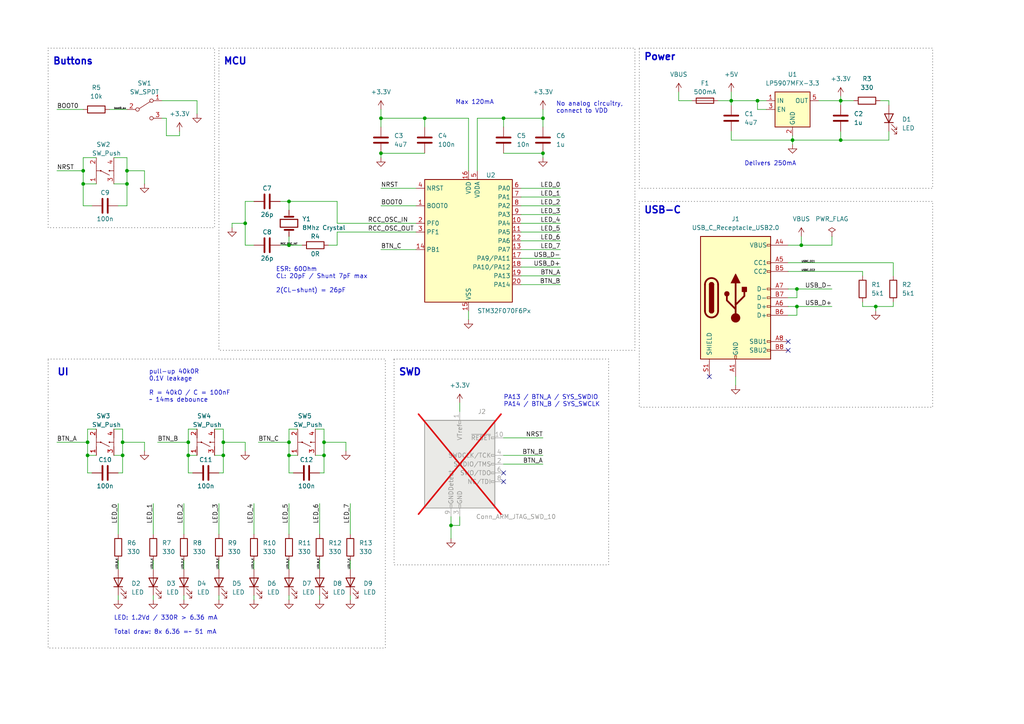
<source format=kicad_sch>
(kicad_sch (version 20230121) (generator eeschema)
  (paper "A4")
  (title_block (title "Logic Test Board") (date "2023-11-01") (rev "0.1"))
  (lib_symbols
    (symbol "Connector:Conn_ARM_JTAG_SWD_10" (pin_names (offset 1.016))
      (property "Reference" "J" (at -2.54 16.51 0))
      (property "Value" "Conn_ARM_JTAG_SWD_10" (at -2.54 13.97 0))
      (symbol "Conn_ARM_JTAG_SWD_10_0_1"
        (rectangle (start -10.16 12.7) (end 10.16 -12.7) (stroke (width 0.254)) (fill (type background)))
        (rectangle (start -2.794 -12.7) (end -2.286 -11.684))
        (rectangle (start -0.254 -12.7) (end 0.254 -11.684))
        (rectangle (start -0.254 12.7) (end 0.254 11.684))
        (rectangle (start 9.144 2.286) (end 10.16 2.794))
        (rectangle (start 10.16 -2.794) (end 9.144 -2.286))
        (rectangle (start 10.16 -0.254) (end 9.144 0.254))
        (rectangle (start 10.16 7.874) (end 9.144 7.366))
      )
      (symbol "Conn_ARM_JTAG_SWD_10_1_1"
        (rectangle (start 9.144 -5.334) (end 10.16 -4.826))
        (pin power_in line (at 0 15.24 270) (length 2.54) (name "VTref") (number "1"))
        (pin open_collector line (at 12.7 7.62 180) (length 2.54) (name "~{RESET}") (number "10"))
        (pin bidirectional line (at 12.7 0 180) (length 2.54) (name "SWDIO/TMS") (number "2"))
        (pin power_in line (at 0 -15.24 90) (length 2.54) (name "GND") (number "3"))
        (pin output line (at 12.7 2.54 180) (length 2.54) (name "SWDCLK/TCK") (number "4"))
        (pin passive line (at 0 -15.24 90) (length 2.54) hide (name "GND") (number "5"))
        (pin input line (at 12.7 -2.54 180) (length 2.54) (name "SWO/TDO") (number "6"))
        (pin no_connect line (at -10.16 0 0) (length 2.54) hide (name "KEY") (number "7"))
        (pin output line (at 12.7 -5.08 180) (length 2.54) (name "NC/TDI") (number "8"))
        (pin passive line (at -2.54 -15.24 90) (length 2.54) (name "GNDDetect") (number "9"))
      )
    )
    (symbol "Connector:USB_C_Receptacle_USB2.0" (pin_names (offset 1.016))
      (property "Reference" "J" (at -10.16 19.05 0))
      (property "Value" "USB_C_Receptacle_USB2.0" (at 19.05 19.05 0))
      (symbol "USB_C_Receptacle_USB2.0_0_0"
        (rectangle (start -0.254 -17.78) (end 0.254 -16.764))
        (rectangle (start 10.16 -14.986) (end 9.144 -15.494))
        (rectangle (start 10.16 -12.446) (end 9.144 -12.954))
        (rectangle (start 10.16 -4.826) (end 9.144 -5.334))
        (rectangle (start 10.16 -2.286) (end 9.144 -2.794))
        (rectangle (start 10.16 0.254) (end 9.144 -0.254))
        (rectangle (start 10.16 2.794) (end 9.144 2.286))
        (rectangle (start 10.16 7.874) (end 9.144 7.366))
        (rectangle (start 10.16 10.414) (end 9.144 9.906))
        (rectangle (start 10.16 15.494) (end 9.144 14.986))
      )
      (symbol "USB_C_Receptacle_USB2.0_0_1"
        (rectangle (start -10.16 17.78) (end 10.16 -17.78) (stroke (width 0.254)) (fill (type background)))
        (arc (start -8.89 -3.81) (mid -6.985 -5.7067) (end -5.08 -3.81) (stroke (width 0.508)))
        (arc (start -7.62 -3.81) (mid -6.985 -4.4423) (end -6.35 -3.81) (stroke (width 0.254)))
        (arc (start -7.62 -3.81) (mid -6.985 -4.4423) (end -6.35 -3.81) (stroke (width 0.254)) (fill (type outline)))
        (rectangle (start -7.62 -3.81) (end -6.35 3.81) (stroke (width 0.254)) (fill (type outline)))
        (arc (start -6.35 3.81) (mid -6.985 4.4423) (end -7.62 3.81) (stroke (width 0.254)))
        (arc (start -6.35 3.81) (mid -6.985 4.4423) (end -7.62 3.81) (stroke (width 0.254)) (fill (type outline)))
        (arc (start -5.08 3.81) (mid -6.985 5.7067) (end -8.89 3.81) (stroke (width 0.508)))
        (circle (center -2.54 1.143) (radius 0.635) (stroke (width 0.254)) (fill (type outline)))
        (circle (center 0 -5.842) (radius 1.27) (fill (type outline)))
        (polyline (pts (xy -8.89 -3.81) (xy -8.89 3.81)) (stroke (width 0.508)))
        (polyline (pts (xy -5.08 3.81) (xy -5.08 -3.81)) (stroke (width 0.508)))
        (polyline (pts (xy 0 -5.842) (xy 0 4.318)) (stroke (width 0.508)))
        (polyline (pts (xy 0 -3.302) (xy -2.54 -0.762) (xy -2.54 0.508)) (stroke (width 0.508)))
        (polyline (pts (xy 0 -2.032) (xy 2.54 0.508) (xy 2.54 1.778)) (stroke (width 0.508)))
        (polyline (pts (xy -1.27 4.318) (xy 0 6.858) (xy 1.27 4.318) (xy -1.27 4.318)) (stroke (width 0.254)) (fill (type outline)))
        (rectangle (start 1.905 1.778) (end 3.175 3.048) (stroke (width 0.254)) (fill (type outline)))
      )
      (symbol "USB_C_Receptacle_USB2.0_1_1"
        (pin passive line (at 0 -22.86 90) (length 5.08) (name "GND") (number "A1"))
        (pin passive line (at 0 -22.86 90) (length 5.08) hide (name "GND") (number "A12"))
        (pin passive line (at 15.24 15.24 180) (length 5.08) (name "VBUS") (number "A4"))
        (pin bidirectional line (at 15.24 10.16 180) (length 5.08) (name "CC1") (number "A5"))
        (pin bidirectional line (at 15.24 -2.54 180) (length 5.08) (name "D+") (number "A6"))
        (pin bidirectional line (at 15.24 2.54 180) (length 5.08) (name "D-") (number "A7"))
        (pin bidirectional line (at 15.24 -12.7 180) (length 5.08) (name "SBU1") (number "A8"))
        (pin passive line (at 15.24 15.24 180) (length 5.08) hide (name "VBUS") (number "A9"))
        (pin passive line (at 0 -22.86 90) (length 5.08) hide (name "GND") (number "B1"))
        (pin passive line (at 0 -22.86 90) (length 5.08) hide (name "GND") (number "B12"))
        (pin passive line (at 15.24 15.24 180) (length 5.08) hide (name "VBUS") (number "B4"))
        (pin bidirectional line (at 15.24 7.62 180) (length 5.08) (name "CC2") (number "B5"))
        (pin bidirectional line (at 15.24 -5.08 180) (length 5.08) (name "D+") (number "B6"))
        (pin bidirectional line (at 15.24 0 180) (length 5.08) (name "D-") (number "B7"))
        (pin bidirectional line (at 15.24 -15.24 180) (length 5.08) (name "SBU2") (number "B8"))
        (pin passive line (at 15.24 15.24 180) (length 5.08) hide (name "VBUS") (number "B9"))
        (pin passive line (at -7.62 -22.86 90) (length 5.08) (name "SHIELD") (number "S1"))
      )
    )
    (symbol "Device:C" (pin_numbers hide) (pin_names (offset 0.254))
      (property "Reference" "C" (at 0.635 2.54 0))
      (property "Value" "C" (at 0.635 -2.54 0))
      (symbol "C_0_1"
        (polyline (pts (xy -2.032 -0.762) (xy 2.032 -0.762)) (stroke (width 0.508)))
        (polyline (pts (xy -2.032 0.762) (xy 2.032 0.762)) (stroke (width 0.508)))
      )
      (symbol "C_1_1"
        (pin passive line (at 0 3.81 270) (length 2.794) (name "~") (number "1"))
        (pin passive line (at 0 -3.81 90) (length 2.794) (name "~") (number "2"))
      )
    )
    (symbol "Device:Crystal" (pin_numbers hide) (pin_names (offset 1.016) hide)
      (property "Reference" "Y" (at 0 3.81 0))
      (property "Value" "Crystal" (at 0 -3.81 0))
      (symbol "Crystal_0_1"
        (rectangle (start -1.143 2.54) (end 1.143 -2.54) (stroke (width 0.3048)))
        (polyline (pts (xy -2.54 0) (xy -1.905 0)))
        (polyline (pts (xy -1.905 -1.27) (xy -1.905 1.27)) (stroke (width 0.508)))
        (polyline (pts (xy 1.905 -1.27) (xy 1.905 1.27)) (stroke (width 0.508)))
        (polyline (pts (xy 2.54 0) (xy 1.905 0)))
      )
      (symbol "Crystal_1_1"
        (pin passive line (at -3.81 0 0) (length 1.27) (name "1") (number "1"))
        (pin passive line (at 3.81 0 180) (length 1.27) (name "2") (number "2"))
      )
    )
    (symbol "Device:Fuse" (pin_numbers hide) (pin_names (offset 0))
      (property "Reference" "F" (at 2.032 0 90))
      (property "Value" "Fuse" (at -1.905 0 90))
      (symbol "Fuse_0_1"
        (rectangle (start -0.762 -2.54) (end 0.762 2.54) (stroke (width 0.254)))
        (polyline (pts (xy 0 2.54) (xy 0 -2.54)))
      )
      (symbol "Fuse_1_1"
        (pin passive line (at 0 3.81 270) (length 1.27) (name "~") (number "1"))
        (pin passive line (at 0 -3.81 90) (length 1.27) (name "~") (number "2"))
      )
    )
    (symbol "Device:LED" (pin_numbers hide) (pin_names (offset 1.016) hide)
      (property "Reference" "D" (at 0 2.54 0))
      (property "Value" "LED" (at 0 -2.54 0))
      (symbol "LED_0_1"
        (polyline (pts (xy -1.27 -1.27) (xy -1.27 1.27)) (stroke (width 0.254)))
        (polyline (pts (xy -1.27 0) (xy 1.27 0)))
        (polyline (pts (xy 1.27 -1.27) (xy 1.27 1.27) (xy -1.27 0) (xy 1.27 -1.27)) (stroke (width 0.254)))
        (polyline (pts (xy -3.048 -0.762) (xy -4.572 -2.286) (xy -3.81 -2.286) (xy -4.572 -2.286) (xy -4.572 -1.524)))
        (polyline (pts (xy -1.778 -0.762) (xy -3.302 -2.286) (xy -2.54 -2.286) (xy -3.302 -2.286) (xy -3.302 -1.524)))
      )
      (symbol "LED_1_1"
        (pin passive line (at -3.81 0 0) (length 2.54) (name "K") (number "1"))
        (pin passive line (at 3.81 0 180) (length 2.54) (name "A") (number "2"))
      )
    )
    (symbol "Device:R" (pin_numbers hide) (pin_names (offset 0))
      (property "Reference" "R" (at 2.032 0 90))
      (property "Value" "R" (at 0 0 90))
      (symbol "R_0_1"
        (rectangle (start -1.016 -2.54) (end 1.016 2.54) (stroke (width 0.254)))
      )
      (symbol "R_1_1"
        (pin passive line (at 0 3.81 270) (length 1.27) (name "~") (number "1"))
        (pin passive line (at 0 -3.81 90) (length 1.27) (name "~") (number "2"))
      )
    )
    (symbol "Hugo_CustomSymbols:SW_SPST_4P"
      (property "Reference" "U" (at 0 0 0))
      (symbol "SW_SPST_4P_0_1"
        (polyline (pts (xy -1.27 -2.54) (xy 1.27 -2.54)))
        (polyline (pts (xy -1.27 2.54) (xy 1.27 2.54)))
        (polyline (pts (xy 0 -1.27) (xy 0 -2.54)))
        (polyline (pts (xy 0 2.54) (xy 0 1.27)))
        (circle (center 0 1.27) (radius 0.0001))
      )
      (symbol "SW_SPST_4P_1_1"
        (circle (center 0 -1.27) (radius 0.153) (fill (type outline)))
        (polyline (pts (xy 0 1.27) (xy -1.27 -1.27)))
        (circle (center 0 1.27) (radius 0.148) (fill (type outline)))
        (pin passive line (at -3.81 2.54 0) (length 2.54) (name "") (number "1"))
        (pin passive line (at 3.81 2.54 180) (length 2.54) (name "") (number "2"))
        (pin passive line (at -3.81 -2.54 0) (length 2.54) (name "") (number "3"))
        (pin passive line (at 3.81 -2.54 180) (length 2.54) (name "") (number "4"))
      )
    )
    (symbol "MCU_ST_STM32F0:STM32F070F6Px"
      (property "Reference" "U" (at -12.7 19.05 0))
      (property "Value" "STM32F070F6Px" (at 5.08 19.05 0))
      (symbol "STM32F070F6Px_0_1"
        (rectangle (start -12.7 -17.78) (end 12.7 17.78) (stroke (width 0.254)) (fill (type background)))
      )
      (symbol "STM32F070F6Px_1_1"
        (pin input line (at -15.24 10.16 0) (length 2.54) (name "BOOT0") (number "1"))
        (pin bidirectional line (at 15.24 5.08 180) (length 2.54) (name "PA4") (number "10"))
        (pin bidirectional line (at 15.24 2.54 180) (length 2.54) (name "PA5") (number "11"))
        (pin bidirectional line (at 15.24 0 180) (length 2.54) (name "PA6") (number "12"))
        (pin bidirectional line (at 15.24 -2.54 180) (length 2.54) (name "PA7") (number "13"))
        (pin bidirectional line (at -15.24 -2.54 0) (length 2.54) (name "PB1") (number "14"))
        (pin power_in line (at 0 -20.32 90) (length 2.54) (name "VSS") (number "15"))
        (pin power_in line (at 0 20.32 270) (length 2.54) (name "VDD") (number "16"))
        (pin bidirectional line (at 15.24 -5.08 180) (length 2.54) (name "PA9/PA11") (number "17"))
        (pin bidirectional line (at 15.24 -7.62 180) (length 2.54) (name "PA10/PA12") (number "18"))
        (pin bidirectional line (at 15.24 -10.16 180) (length 2.54) (name "PA13") (number "19"))
        (pin bidirectional line (at -15.24 5.08 0) (length 2.54) (name "PF0") (number "2"))
        (pin bidirectional line (at 15.24 -12.7 180) (length 2.54) (name "PA14") (number "20"))
        (pin bidirectional line (at -15.24 2.54 0) (length 2.54) (name "PF1") (number "3"))
        (pin input line (at -15.24 15.24 0) (length 2.54) (name "NRST") (number "4"))
        (pin power_in line (at 2.54 20.32 270) (length 2.54) (name "VDDA") (number "5"))
        (pin bidirectional line (at 15.24 15.24 180) (length 2.54) (name "PA0") (number "6"))
        (pin bidirectional line (at 15.24 12.7 180) (length 2.54) (name "PA1") (number "7"))
        (pin bidirectional line (at 15.24 10.16 180) (length 2.54) (name "PA2") (number "8"))
        (pin bidirectional line (at 15.24 7.62 180) (length 2.54) (name "PA3") (number "9"))
      )
    )
    (symbol "Regulator_Linear:LP5907MFX-3.3"
      (property "Reference" "U" (at -3.81 6.35 0))
      (property "Value" "LP5907MFX-3.3" (at 6.35 6.35 0))
      (symbol "LP5907MFX-3.3_0_1"
        (rectangle (start -5.08 -5.08) (end 5.08 5.08) (stroke (width 0.254)) (fill (type background)))
        (pin power_in line (at -7.62 2.54 0) (length 2.54) (name "IN") (number "1"))
        (pin power_in line (at 0 -7.62 90) (length 2.54) (name "GND") (number "2"))
        (pin input line (at -7.62 0 0) (length 2.54) (name "EN") (number "3"))
        (pin no_connect line (at 5.08 0 180) (length 2.54) hide (name "NC") (number "4"))
        (pin power_out line (at 7.62 2.54 180) (length 2.54) (name "OUT") (number "5"))
      )
    )
    (symbol "Switch:SW_SPDT" (pin_names (offset 0) hide)
      (property "Reference" "SW" (at 0 4.318 0))
      (property "Value" "SW_SPDT" (at 0 -5.08 0))
      (symbol "SW_SPDT_0_0"
        (circle (center -2.032 0) (radius 0.508))
        (circle (center 2.032 -2.54) (radius 0.508))
      )
      (symbol "SW_SPDT_0_1"
        (polyline (pts (xy -1.524 0.254) (xy 1.651 2.286)))
        (circle (center 2.032 2.54) (radius 0.508))
      )
      (symbol "SW_SPDT_1_1"
        (pin passive line (at 5.08 2.54 180) (length 2.54) (name "A") (number "1"))
        (pin passive line (at -5.08 0 0) (length 2.54) (name "B") (number "2"))
        (pin passive line (at 5.08 -2.54 180) (length 2.54) (name "C") (number "3"))
      )
    )
    (symbol "power:+3.3V" (power) (pin_names (offset 0))
      (property "Value" "+3.3V" (at 0 3.556 0))
      (symbol "+3.3V_0_1"
        (polyline (pts (xy -0.762 1.27) (xy 0 2.54)))
        (polyline (pts (xy 0 0) (xy 0 2.54)))
        (polyline (pts (xy 0 2.54) (xy 0.762 1.27)))
      )
      (symbol "+3.3V_1_1"
        (pin power_in line (at 0 0 90) (length 0) hide (name "+3.3V") (number "1"))
      )
    )
    (symbol "power:+5V" (power) (pin_names (offset 0))
      (property "Value" "+5V" (at 0 3.556 0))
      (symbol "+5V_0_1"
        (polyline (pts (xy -0.762 1.27) (xy 0 2.54)))
        (polyline (pts (xy 0 0) (xy 0 2.54)))
        (polyline (pts (xy 0 2.54) (xy 0.762 1.27)))
      )
      (symbol "+5V_1_1"
        (pin power_in line (at 0 0 90) (length 0) hide (name "+5V") (number "1"))
      )
    )
    (symbol "power:GND" (power) (pin_names (offset 0))
      (property "Value" "GND" (at 0 -3.81 0))
      (symbol "GND_0_1"
        (polyline (pts (xy 0 0) (xy 0 -1.27) (xy 1.27 -1.27) (xy 0 -2.54) (xy -1.27 -1.27) (xy 0 -1.27)))
      )
      (symbol "GND_1_1"
        (pin power_in line (at 0 0 270) (length 0) hide (name "GND") (number "1"))
      )
    )
    (symbol "power:PWR_FLAG" (power) (pin_numbers hide) (pin_names (offset 0) hide)
      (property "Value" "PWR_FLAG" (at 0 3.81 0))
      (symbol "PWR_FLAG_0_0"
        (pin power_out line (at 0 0 90) (length 0) (name "pwr") (number "1"))
      )
      (symbol "PWR_FLAG_0_1"
        (polyline (pts (xy 0 0) (xy 0 1.27) (xy -1.016 1.905) (xy 0 2.54) (xy 1.016 1.905) (xy 0 1.27)))
      )
    )
    (symbol "power:VBUS" (power) (pin_names (offset 0))
      (property "Value" "VBUS" (at 0 3.81 0))
      (symbol "VBUS_0_1"
        (polyline (pts (xy -0.762 1.27) (xy 0 2.54)))
        (polyline (pts (xy 0 0) (xy 0 2.54)))
        (polyline (pts (xy 0 2.54) (xy 0.762 1.27)))
      )
      (symbol "VBUS_1_1"
        (pin power_in line (at 0 0 90) (length 0) hide (name "VBUS") (number "1"))
      )
    )
  )
  (junction (at 54.61 128.27))
  (junction (at 231.14 88.9))
  (junction (at 24.13 53.34))
  (junction (at 212.09 29.21))
  (junction (at 25.4 128.27))
  (junction (at 110.49 34.29))
  (junction (at 123.19 34.29))
  (junction (at 36.83 49.53))
  (junction (at 64.77 132.08))
  (junction (at 243.84 40.64))
  (junction (at 93.98 128.27))
  (junction (at 157.48 44.45))
  (junction (at 83.82 128.27))
  (junction (at 25.4 132.08))
  (junction (at 36.83 53.34))
  (junction (at 35.56 132.08))
  (junction (at 64.77 128.27))
  (junction (at 35.56 128.27))
  (junction (at 232.41 71.12))
  (junction (at 231.14 83.82))
  (junction (at 146.05 34.29))
  (junction (at 110.49 44.45))
  (junction (at 24.13 49.53))
  (junction (at 130.81 152.4))
  (junction (at 254 88.9))
  (junction (at 83.82 132.08))
  (junction (at 229.87 40.64))
  (junction (at 219.71 29.21))
  (junction (at 243.84 29.21))
  (junction (at 157.48 34.29))
  (junction (at 71.12 64.77))
  (junction (at 83.82 71.12))
  (junction (at 93.98 132.08))
  (junction (at 83.82 58.42))
  (junction (at 54.61 132.08))
  (no_connect (at 228.6 99.06))
  (no_connect (at 146.05 137.16))
  (no_connect (at 228.6 101.6))
  (no_connect (at 205.74 109.22))
  (no_connect (at 146.05 139.7))
  (wire (pts (xy 130.81 152.4) (xy 130.81 156.21)))
  (wire (pts (xy 33.02 53.34) (xy 36.83 53.34)))
  (wire (pts (xy 101.6 172.72) (xy 101.6 173.99)))
  (wire (pts (xy 222.25 31.75) (xy 219.71 31.75)))
  (wire (pts (xy 228.6 78.74) (xy 250.19 78.74)))
  (wire (pts (xy 157.48 44.45) (xy 157.48 45.72)))
  (wire (pts (xy 110.49 44.45) (xy 123.19 44.45)))
  (wire (pts (xy 83.82 124.46) (xy 83.82 128.27)))
  (wire (pts (xy 25.4 132.08) (xy 25.4 137.16)))
  (wire (pts (xy 138.43 34.29) (xy 138.43 49.53)))
  (wire (pts (xy 151.13 57.15) (xy 162.56 57.15)))
  (wire (pts (xy 91.44 132.08) (xy 93.98 132.08)))
  (wire (pts (xy 92.71 172.72) (xy 92.71 173.99)))
  (wire (pts (xy 57.15 124.46) (xy 54.61 124.46)))
  (wire (pts (xy 92.71 146.05) (xy 92.71 154.94)))
  (wire (pts (xy 146.05 36.83) (xy 146.05 34.29)))
  (wire (pts (xy 254 88.9) (xy 254 90.17)))
  (wire (pts (xy 243.84 38.1) (xy 243.84 40.64)))
  (wire (pts (xy 71.12 130.81) (xy 71.12 128.27)))
  (wire (pts (xy 243.84 29.21) (xy 247.65 29.21)))
  (wire (pts (xy 110.49 44.45) (xy 110.49 45.72)))
  (wire (pts (xy 123.19 36.83) (xy 123.19 34.29)))
  (wire (pts (xy 64.77 128.27) (xy 64.77 132.08)))
  (wire (pts (xy 200.66 29.21) (xy 196.85 29.21)))
  (wire (pts (xy 54.61 132.08) (xy 54.61 137.16)))
  (wire (pts (xy 67.31 64.77) (xy 71.12 64.77)))
  (wire (pts (xy 92.71 162.56) (xy 92.71 165.1)))
  (wire (pts (xy 48.26 39.37) (xy 52.07 39.37)))
  (wire (pts (xy 228.6 71.12) (xy 232.41 71.12)))
  (wire (pts (xy 24.13 49.53) (xy 24.13 45.72)))
  (wire (pts (xy 48.26 34.29) (xy 48.26 39.37)))
  (wire (pts (xy 71.12 128.27) (xy 64.77 128.27)))
  (wire (pts (xy 64.77 124.46) (xy 64.77 128.27)))
  (wire (pts (xy 24.13 53.34) (xy 24.13 49.53)))
  (wire (pts (xy 81.28 58.42) (xy 83.82 58.42)))
  (wire (pts (xy 54.61 124.46) (xy 54.61 128.27)))
  (wire (pts (xy 135.89 90.17) (xy 135.89 92.71)))
  (wire (pts (xy 259.08 76.2) (xy 259.08 80.01)))
  (wire (pts (xy 110.49 54.61) (xy 120.65 54.61)))
  (wire (pts (xy 33.02 132.08) (xy 35.56 132.08)))
  (wire (pts (xy 83.82 162.56) (xy 83.82 165.1)))
  (wire (pts (xy 151.13 74.93) (xy 162.56 74.93)))
  (wire (pts (xy 45.72 128.27) (xy 54.61 128.27)))
  (wire (pts (xy 97.79 58.42) (xy 97.79 64.77)))
  (wire (pts (xy 219.71 29.21) (xy 212.09 29.21)))
  (wire (pts (xy 229.87 40.64) (xy 229.87 41.91)))
  (wire (pts (xy 25.4 128.27) (xy 25.4 132.08)))
  (wire (pts (xy 231.14 88.9) (xy 241.3 88.9)))
  (wire (pts (xy 151.13 62.23) (xy 162.56 62.23)))
  (wire (pts (xy 33.02 124.46) (xy 35.56 124.46)))
  (wire (pts (xy 93.98 124.46) (xy 93.98 128.27)))
  (wire (pts (xy 25.4 137.16) (xy 26.67 137.16)))
  (wire (pts (xy 157.48 36.83) (xy 157.48 34.29)))
  (wire (pts (xy 41.91 130.81) (xy 41.91 128.27)))
  (wire (pts (xy 212.09 26.67) (xy 212.09 29.21)))
  (wire (pts (xy 36.83 49.53) (xy 36.83 53.34)))
  (wire (pts (xy 231.14 86.36) (xy 231.14 83.82)))
  (wire (pts (xy 16.51 49.53) (xy 24.13 49.53)))
  (wire (pts (xy 71.12 71.12) (xy 73.66 71.12)))
  (wire (pts (xy 74.93 128.27) (xy 83.82 128.27)))
  (wire (pts (xy 62.23 124.46) (xy 64.77 124.46)))
  (wire (pts (xy 231.14 83.82) (xy 241.3 83.82)))
  (wire (pts (xy 36.83 45.72) (xy 36.83 49.53)))
  (wire (pts (xy 33.02 45.72) (xy 36.83 45.72)))
  (wire (pts (xy 135.89 34.29) (xy 135.89 49.53)))
  (wire (pts (xy 151.13 67.31) (xy 162.56 67.31)))
  (wire (pts (xy 34.29 173.99) (xy 34.29 172.72)))
  (wire (pts (xy 151.13 69.85) (xy 162.56 69.85)))
  (wire (pts (xy 101.6 146.05) (xy 101.6 154.94)))
  (wire (pts (xy 64.77 137.16) (xy 63.5 137.16)))
  (wire (pts (xy 212.09 38.1) (xy 212.09 40.64)))
  (wire (pts (xy 31.75 31.75) (xy 36.83 31.75)))
  (wire (pts (xy 83.82 58.42) (xy 97.79 58.42)))
  (wire (pts (xy 24.13 45.72) (xy 27.94 45.72)))
  (wire (pts (xy 133.35 149.86) (xy 133.35 152.4)))
  (wire (pts (xy 257.81 40.64) (xy 243.84 40.64)))
  (wire (pts (xy 93.98 128.27) (xy 93.98 132.08)))
  (wire (pts (xy 219.71 31.75) (xy 219.71 29.21)))
  (wire (pts (xy 259.08 87.63) (xy 259.08 88.9)))
  (wire (pts (xy 151.13 59.69) (xy 162.56 59.69)))
  (wire (pts (xy 83.82 71.12) (xy 87.63 71.12)))
  (wire (pts (xy 228.6 91.44) (xy 231.14 91.44)))
  (wire (pts (xy 26.67 59.69) (xy 24.13 59.69)))
  (wire (pts (xy 44.45 173.99) (xy 44.45 172.72)))
  (wire (pts (xy 101.6 162.56) (xy 101.6 165.1)))
  (wire (pts (xy 54.61 128.27) (xy 54.61 132.08)))
  (wire (pts (xy 44.45 162.56) (xy 44.45 165.1)))
  (wire (pts (xy 52.07 39.37) (xy 52.07 38.1)))
  (wire (pts (xy 97.79 71.12) (xy 97.79 67.31)))
  (wire (pts (xy 25.4 132.08) (xy 27.94 132.08)))
  (wire (pts (xy 257.81 29.21) (xy 257.81 30.48)))
  (wire (pts (xy 151.13 54.61) (xy 162.56 54.61)))
  (wire (pts (xy 123.19 34.29) (xy 135.89 34.29)))
  (wire (pts (xy 41.91 49.53) (xy 36.83 49.53)))
  (wire (pts (xy 41.91 53.34) (xy 41.91 49.53)))
  (wire (pts (xy 255.27 29.21) (xy 257.81 29.21)))
  (wire (pts (xy 228.6 88.9) (xy 231.14 88.9)))
  (wire (pts (xy 228.6 76.2) (xy 259.08 76.2)))
  (wire (pts (xy 157.48 34.29) (xy 146.05 34.29)))
  (wire (pts (xy 93.98 132.08) (xy 93.98 137.16)))
  (wire (pts (xy 133.35 116.84) (xy 133.35 119.38)))
  (wire (pts (xy 67.31 66.04) (xy 67.31 64.77)))
  (wire (pts (xy 213.36 109.22) (xy 213.36 111.76)))
  (wire (pts (xy 83.82 173.99) (xy 83.82 172.72)))
  (wire (pts (xy 71.12 58.42) (xy 71.12 64.77)))
  (wire (pts (xy 86.36 124.46) (xy 83.82 124.46)))
  (wire (pts (xy 83.82 68.58) (xy 83.82 71.12)))
  (wire (pts (xy 73.66 58.42) (xy 71.12 58.42)))
  (wire (pts (xy 27.94 53.34) (xy 24.13 53.34)))
  (wire (pts (xy 208.28 29.21) (xy 212.09 29.21)))
  (wire (pts (xy 229.87 39.37) (xy 229.87 40.64)))
  (wire (pts (xy 146.05 34.29) (xy 138.43 34.29)))
  (wire (pts (xy 36.83 53.34) (xy 36.83 59.69)))
  (wire (pts (xy 243.84 27.94) (xy 243.84 29.21)))
  (wire (pts (xy 95.25 71.12) (xy 97.79 71.12)))
  (wire (pts (xy 243.84 40.64) (xy 229.87 40.64)))
  (wire (pts (xy 130.81 149.86) (xy 130.81 152.4)))
  (wire (pts (xy 151.13 80.01) (xy 162.56 80.01)))
  (wire (pts (xy 46.99 29.21) (xy 57.15 29.21)))
  (wire (pts (xy 35.56 132.08) (xy 35.56 137.16)))
  (wire (pts (xy 53.34 146.05) (xy 53.34 154.94)))
  (wire (pts (xy 196.85 29.21) (xy 196.85 26.67)))
  (wire (pts (xy 151.13 64.77) (xy 162.56 64.77)))
  (wire (pts (xy 243.84 29.21) (xy 243.84 30.48)))
  (wire (pts (xy 151.13 72.39) (xy 162.56 72.39)))
  (wire (pts (xy 228.6 83.82) (xy 231.14 83.82)))
  (wire (pts (xy 93.98 137.16) (xy 92.71 137.16)))
  (wire (pts (xy 228.6 86.36) (xy 231.14 86.36)))
  (wire (pts (xy 54.61 132.08) (xy 57.15 132.08)))
  (wire (pts (xy 53.34 172.72) (xy 53.34 173.99)))
  (wire (pts (xy 54.61 137.16) (xy 55.88 137.16)))
  (wire (pts (xy 73.66 146.05) (xy 73.66 154.94)))
  (wire (pts (xy 57.15 29.21) (xy 57.15 33.02)))
  (wire (pts (xy 63.5 146.05) (xy 63.5 154.94)))
  (wire (pts (xy 27.94 124.46) (xy 25.4 124.46)))
  (wire (pts (xy 212.09 29.21) (xy 212.09 30.48)))
  (wire (pts (xy 237.49 29.21) (xy 243.84 29.21)))
  (wire (pts (xy 151.13 82.55) (xy 162.56 82.55)))
  (wire (pts (xy 73.66 172.72) (xy 73.66 173.99)))
  (wire (pts (xy 16.51 31.75) (xy 24.13 31.75)))
  (wire (pts (xy 110.49 31.75) (xy 110.49 34.29)))
  (wire (pts (xy 83.82 128.27) (xy 83.82 132.08)))
  (wire (pts (xy 97.79 64.77) (xy 120.65 64.77)))
  (wire (pts (xy 83.82 137.16) (xy 85.09 137.16)))
  (wire (pts (xy 44.45 146.05) (xy 44.45 154.94)))
  (wire (pts (xy 146.05 134.62) (xy 157.48 134.62)))
  (wire (pts (xy 73.66 162.56) (xy 73.66 165.1)))
  (wire (pts (xy 35.56 137.16) (xy 34.29 137.16)))
  (wire (pts (xy 212.09 40.64) (xy 229.87 40.64)))
  (wire (pts (xy 232.41 71.12) (xy 232.41 68.58)))
  (wire (pts (xy 46.99 34.29) (xy 48.26 34.29)))
  (wire (pts (xy 250.19 87.63) (xy 250.19 88.9)))
  (wire (pts (xy 110.49 36.83) (xy 110.49 34.29)))
  (wire (pts (xy 110.49 34.29) (xy 123.19 34.29)))
  (wire (pts (xy 97.79 67.31) (xy 120.65 67.31)))
  (wire (pts (xy 100.33 128.27) (xy 93.98 128.27)))
  (wire (pts (xy 241.3 71.12) (xy 232.41 71.12)))
  (wire (pts (xy 83.82 146.05) (xy 83.82 154.94)))
  (wire (pts (xy 157.48 31.75) (xy 157.48 34.29)))
  (wire (pts (xy 34.29 146.05) (xy 34.29 154.94)))
  (wire (pts (xy 83.82 58.42) (xy 83.82 60.96)))
  (wire (pts (xy 16.51 128.27) (xy 25.4 128.27)))
  (wire (pts (xy 35.56 128.27) (xy 35.56 132.08)))
  (wire (pts (xy 25.4 124.46) (xy 25.4 128.27)))
  (wire (pts (xy 259.08 88.9) (xy 254 88.9)))
  (wire (pts (xy 146.05 44.45) (xy 157.48 44.45)))
  (wire (pts (xy 41.91 128.27) (xy 35.56 128.27)))
  (wire (pts (xy 62.23 132.08) (xy 64.77 132.08)))
  (wire (pts (xy 100.33 130.81) (xy 100.33 128.27)))
  (wire (pts (xy 151.13 77.47) (xy 162.56 77.47)))
  (wire (pts (xy 83.82 132.08) (xy 86.36 132.08)))
  (wire (pts (xy 35.56 124.46) (xy 35.56 128.27)))
  (wire (pts (xy 250.19 88.9) (xy 254 88.9)))
  (wire (pts (xy 63.5 162.56) (xy 63.5 165.1)))
  (wire (pts (xy 71.12 64.77) (xy 71.12 71.12)))
  (wire (pts (xy 63.5 172.72) (xy 63.5 173.99)))
  (wire (pts (xy 120.65 72.39) (xy 110.49 72.39)))
  (wire (pts (xy 146.05 127) (xy 157.48 127)))
  (wire (pts (xy 133.35 152.4) (xy 130.81 152.4)))
  (wire (pts (xy 64.77 132.08) (xy 64.77 137.16)))
  (wire (pts (xy 241.3 68.58) (xy 241.3 71.12)))
  (wire (pts (xy 53.34 162.56) (xy 53.34 165.1)))
  (wire (pts (xy 34.29 162.56) (xy 34.29 165.1)))
  (wire (pts (xy 24.13 59.69) (xy 24.13 53.34)))
  (wire (pts (xy 110.49 59.69) (xy 120.65 59.69)))
  (wire (pts (xy 250.19 78.74) (xy 250.19 80.01)))
  (wire (pts (xy 222.25 29.21) (xy 219.71 29.21)))
  (wire (pts (xy 83.82 132.08) (xy 83.82 137.16)))
  (wire (pts (xy 81.28 71.12) (xy 83.82 71.12)))
  (wire (pts (xy 231.14 91.44) (xy 231.14 88.9)))
  (wire (pts (xy 146.05 132.08) (xy 157.48 132.08)))
  (wire (pts (xy 36.83 59.69) (xy 34.29 59.69)))
  (wire (pts (xy 257.81 38.1) (xy 257.81 40.64)))
  (wire (pts (xy 91.44 124.46) (xy 93.98 124.46)))
  (rectangle (start 13.97 13.97) (end 62.23 66.04) (stroke (width 0.2) (type dot) (color 72 72 72 1)))
  (rectangle (start 13.97 104.14) (end 111.76 187.96) (stroke (width 0.2) (type dot) (color 72 72 72 1)))
  (rectangle (start 185.42 58.42) (end 270.51 118.11) (stroke (width 0.2) (type dot) (color 72 72 72 1)))
  (rectangle (start 114.3 104.14) (end 176.53 163.83) (stroke (width 0.2) (type dot) (color 72 72 72 1)))
  (rectangle (start 63.5 13.97) (end 184.15 101.6) (stroke (width 0.2) (type dot) (color 72 72 72 1)))
  (rectangle (start 185.42 13.97) (end 270.51 54.61) (stroke (width 0.2) (type dot) (color 72 72 72 1)))
  (text "MCU\n" (at 64.77 19.05 0) (effects (font (size 2 2) (thickness 0.4) bold) (justify left bottom)))
  (text "PA13 / BTN_A / SYS_SWDIO\nPA14 / BTN_B / SYS_SWCLK" (at 146.05 118.11 0) (effects (font (size 1.27 1.27)) (justify left bottom)))
  (text "ESR: 60Ohm\nCL: 20pF / Shunt 7pF max\n \n2(CL-shunt) = 26pF" (at 80.01 85.09 0) (effects (font (size 1.27 1.27)) (justify left bottom)))
  (text "SWD\n" (at 115.57 109.22 0) (effects (font (size 2 2) (thickness 0.4) bold) (justify left bottom)))
  (text "Power\n" (at 186.69 17.78 0) (effects (font (size 2 2) (thickness 0.4) bold) (justify left bottom)))
  (text "LED: 1.2Vd / 330R > 6.36 mA\n\nTotal draw: 8x 6.36 =~ 51 mA" (at 33.02 184.15 0) (effects (font (size 1.27 1.27)) (justify left bottom)))
  (text "Delivers 250mA" (at 215.9 48.26 0) (effects (font (size 1.27 1.27)) (justify left bottom)))
  (text "UI\n" (at 16.51 109.22 0) (effects (font (size 2 2) (thickness 0.4) bold) (justify left bottom)))
  (text "Buttons\n" (at 15.24 19.05 0) (effects (font (size 2 2) (thickness 0.4) bold) (justify left bottom)))
  (text "No analog circuitry,\nconnect to VDD" (at 161.29 33.02 0) (effects (font (size 1.27 1.27)) (justify left bottom)))
  (text "pull-up 40k0R\n0.1V leakage\n\nR = 40kO / C = 100nF\n~ 14ms debounce" (at 43.18 116.84 0) (effects (font (size 1.27 1.27)) (justify left bottom)))
  (text "USB-C\n" (at 186.69 62.23 0) (effects (font (size 2 2) (thickness 0.4) bold) (justify left bottom)))
  (text "Max 120mA\n" (at 132.08 30.48 0) (effects (font (size 1.27 1.27)) (justify left bottom)))
  (label "RCC_OSC_OUT" (at 106.68 67.31 0))
  (label "USB_D-" (at 241.3 83.82 180))
  (label "LED_5_K" (at 83.82 165.1 90) (effects (font (size 0.5 0.5))))
  (label "LED_5" (at 83.82 146.05 270))
  (label "LED_5" (at 162.56 67.31 180))
  (label "BTN_A" (at 16.51 128.27 0))
  (label "BTN_B" (at 45.72 128.27 0))
  (label "LED_7" (at 162.56 72.39 180))
  (label "boot0_sw" (at 33.02 31.75 0) (effects (font (size 0.5 0.5))))
  (label "LED_3" (at 162.56 62.23 180))
  (label "BTN_B" (at 157.48 132.08 180))
  (label "USB_D+" (at 162.56 77.47 180))
  (label "LED_4_K" (at 73.66 165.1 90) (effects (font (size 0.5 0.5))))
  (label "BOOT0" (at 110.49 59.69 0))
  (label "BTN_B" (at 162.56 82.55 180))
  (label "LED_7_K" (at 101.6 165.1 90) (effects (font (size 0.5 0.5))))
  (label "BTN_C" (at 110.49 72.39 0))
  (label "LED_6_K" (at 92.71 165.1 90) (effects (font (size 0.5 0.5))))
  (label "NRST" (at 16.51 49.53 0))
  (label "LED_1" (at 44.45 146.05 270))
  (label "LED_0" (at 162.56 54.61 180))
  (label "RCC_OSC_IN" (at 106.68 64.77 0))
  (label "USBC_CC1" (at 232.41 76.2 0) (effects (font (size 0.5 0.5))))
  (label "BTN_A" (at 162.56 80.01 180))
  (label "RCC_OSC_INT" (at 81.28 71.12 0) (effects (font (size 0.5 0.5))))
  (label "LED_4" (at 73.66 146.05 270))
  (label "LED_0_K" (at 34.29 165.1 90) (effects (font (size 0.5 0.5))))
  (label "LED_2" (at 53.34 146.05 270))
  (label "LED_0" (at 34.29 146.05 270))
  (label "LED_6" (at 162.56 69.85 180))
  (label "BTN_C" (at 74.93 128.27 0))
  (label "USBC_CC2" (at 232.41 78.74 0) (effects (font (size 0.5 0.5))))
  (label "LED_1_K" (at 44.45 165.1 90) (effects (font (size 0.5 0.5))))
  (label "LED_7" (at 101.6 146.05 270))
  (label "BOOT0" (at 16.51 31.75 0))
  (label "LED_1" (at 162.56 57.15 180))
  (label "LED_3_K" (at 63.5 165.1 90) (effects (font (size 0.5 0.5))))
  (label "USB_D+" (at 241.3 88.9 180))
  (label "NRST" (at 157.48 127 180))
  (label "LED_2" (at 162.56 59.69 180))
  (label "LED_6" (at 92.71 146.05 270))
  (label "BTN_A" (at 157.48 134.62 180))
  (label "LED_4" (at 162.56 64.77 180))
  (label "NRST" (at 110.49 54.61 0))
  (label "LED_3" (at 63.5 146.05 270))
  (label "USB_D-" (at 162.56 74.93 180))
  (label "LED_2_K" (at 53.34 165.1 90) (effects (font (size 0.5 0.5))))
  (symbol (lib_id "Device:R") (at 27.94 31.75 90) (unit 1)
    (property "Reference" "R5" (at 27.94 25.4 90))
    (property "Value" "10k" (at 27.94 27.94 90))
    (property "Footprint" "Resistor_SMD:R_0402_1005Metric" (effects hide))
    (property "LCSC" "C308028" (effects hide))
    (property "Mfr Part" "MCR01MZPJ103" (effects hide))
  )
  (symbol (lib_id "Hugo_CustomSymbols:SW_SPST_4P") (at 59.69 128.27 90) (unit 1)
    (property "Reference" "SW4" (at 57.15 120.65 90) (effects (justify right)))
    (property "Value" "SW_Push" (at 55.88 123.19 90) (effects (justify right)))
    (property "Footprint" "Hugo_Custom:XKB_TS_1187A_X_X_X" (effects hide))
    (property "LCSC" "C318884" (effects hide))
    (property "Mfr Part" "TS-1187A-B-A-B" (effects hide))
  )
  (symbol (lib_id "Device:LED") (at 101.6 168.91 90) (unit 1)
    (property "Reference" "D9" (at 105.41 169.2275 90) (effects (justify right)))
    (property "Value" "LED" (at 105.41 171.7675 90) (effects (justify right)))
    (property "Footprint" "LED_SMD:LED_0603_1608Metric" (effects hide))
    (property "LCSC" "C138542" (effects hide))
    (property "Mfr Part" "BL-HKC36P-TRB" (effects hide))
  )
  (symbol (lib_id "Device:C") (at 30.48 59.69 270) (unit 1)
    (property "Reference" "C9" (at 30.48 55.88 90))
    (property "Value" "100n" (at 30.48 63.5 90))
    (property "Footprint" "Capacitor_SMD:C_0402_1005Metric" (effects hide))
    (property "LCSC" "C107372" (effects hide))
    (property "Mfr Part" "CL05A105KQ5NNNC" (effects hide))
  )
  (symbol (lib_id "power:GND") (at 53.34 173.99 0) (unit 1)
    (property "Reference" "#PWR011" (effects hide))
    (property "Value" "GND" (effects hide))
  )
  (symbol (lib_id "Device:C") (at 123.19 40.64 0) (unit 1)
    (property "Reference" "C4" (at 127 39.37 0) (effects (justify left)))
    (property "Value" "100n" (at 127 41.91 0) (effects (justify left)))
    (property "Footprint" "Capacitor_SMD:C_0402_1005Metric" (effects hide))
    (property "LCSC" "C107372" (effects hide))
    (property "Mfr Part" "CL05A105KQ5NNNC" (effects hide))
  )
  (symbol (lib_id "power:GND") (at 63.5 173.99 0) (unit 1)
    (property "Reference" "#PWR012" (effects hide))
    (property "Value" "GND" (effects hide))
  )
  (symbol (lib_id "Device:R") (at 101.6 158.75 0) (unit 1)
    (property "Reference" "R13" (at 104.14 157.48 0) (effects (justify left)))
    (property "Value" "330" (at 104.14 160.02 0) (effects (justify left)))
    (property "Footprint" "Resistor_SMD:R_0402_1005Metric" (effects hide))
    (property "LCSC" "C5139567" (effects hide))
    (property "Mfr Part" "RAT023300FTH" (effects hide))
  )
  (symbol (lib_id "Device:R") (at 91.44 71.12 90) (unit 1)
    (property "Reference" "R4" (at 91.44 68.58 90))
    (property "Value" "0R" (at 91.44 73.66 90))
    (property "Footprint" "Resistor_SMD:R_0402_1005Metric" (effects hide))
    (property "LCSC" "C380743" (effects hide))
    (property "Mfr Part" "SY0402JN0RP" (effects hide))
  )
  (symbol (lib_id "power:PWR_FLAG") (at 241.3 68.58 0) (unit 1)
    (property "Reference" "#FLG01" (effects hide))
    (property "Value" "PWR_FLAG" (at 241.3 63.5 0))
  )
  (symbol (lib_id "power:VBUS") (at 196.85 26.67 0) (unit 1)
    (property "Reference" "#PWR021" (effects hide))
    (property "Value" "VBUS" (at 196.85 21.59 0))
  )
  (symbol (lib_id "MCU_ST_STM32F0:STM32F070F6Px") (at 135.89 69.85 0) (unit 1)
    (property "Reference" "U2" (at 140.97 50.8 0) (effects (justify left)))
    (property "Value" "STM32F070F6Px" (at 138.43 90.17 0) (effects (justify left)))
    (property "Footprint" "Package_SO:TSSOP-20_4.4x6.5mm_P0.65mm" (effects hide))
    (property "Datasheet" "https://www.st.com/resource/en/datasheet/stm32f070f6.pdf" (effects hide))
    (property "LCSC" "C86951" (effects hide))
    (property "Mfr Part" "STM32F070F6P6" (effects hide))
  )
  (symbol (lib_id "power:GND") (at 57.15 33.02 0) (unit 1)
    (property "Reference" "#PWR06" (effects hide))
    (property "Value" "GND" (effects hide))
  )
  (symbol (lib_id "Device:C") (at 77.47 71.12 90) (unit 1)
    (property "Reference" "C8" (at 77.47 67.31 90))
    (property "Value" "26p" (at 77.47 74.93 90))
    (property "Footprint" "Capacitor_SMD:C_0603_1608Metric" (effects hide))
    (property "LCSC" "C5177174" (effects hide))
    (property "Mfr Part" "CS1608C0G220J500NRB" (effects hide))
  )
  (symbol (lib_id "Device:LED") (at 73.66 168.91 90) (unit 1)
    (property "Reference" "D6" (at 77.47 169.2275 90) (effects (justify right)))
    (property "Value" "LED" (at 77.47 171.7675 90) (effects (justify right)))
    (property "Footprint" "LED_SMD:LED_0603_1608Metric" (effects hide))
    (property "LCSC" "C138542" (effects hide))
    (property "Mfr Part" "BL-HKC36P-TRB" (effects hide))
  )
  (symbol (lib_id "Connector:USB_C_Receptacle_USB2.0") (at 213.36 86.36 0) (unit 1)
    (property "Reference" "J1" (at 213.36 63.5 0))
    (property "Value" "USB_C_Receptacle_USB2.0" (at 213.36 66.04 0))
    (property "Footprint" "Connector_USB:USB_C_Receptacle_G-Switch_GT-USB-7010ASV" (effects hide))
    (property "Datasheet" "https://www.usb.org/sites/default/files/documents/usb_type-c.zip" (effects hide))
    (property "LCSC" "C3001297" (effects hide))
    (property "Mfr Part" "GT-USB-7010EN" (effects hide))
  )
  (symbol (lib_id "Device:R") (at 73.66 158.75 0) (unit 1)
    (property "Reference" "R10" (at 76.2 157.48 0) (effects (justify left)))
    (property "Value" "330" (at 76.2 160.02 0) (effects (justify left)))
    (property "Footprint" "Resistor_SMD:R_0402_1005Metric" (effects hide))
    (property "LCSC" "C5139567" (effects hide))
    (property "Mfr Part" "RAT023300FTH" (effects hide))
  )
  (symbol (lib_id "Hugo_CustomSymbols:SW_SPST_4P") (at 88.9 128.27 90) (unit 1)
    (property "Reference" "SW5" (at 86.36 120.65 90) (effects (justify right)))
    (property "Value" "SW_Push" (at 85.09 123.19 90) (effects (justify right)))
    (property "Footprint" "Hugo_Custom:XKB_TS_1187A_X_X_X" (effects hide))
    (property "LCSC" "C318884" (effects hide))
    (property "Mfr Part" "TS-1187A-B-A-B" (effects hide))
  )
  (symbol (lib_id "power:+5V") (at 212.09 26.67 0) (unit 1)
    (property "Reference" "#PWR029" (effects hide))
    (property "Value" "+5V" (at 212.09 21.59 0))
  )
  (symbol (lib_id "power:GND") (at 71.12 130.81 0) (unit 1)
    (property "Reference" "#PWR018" (effects hide))
    (property "Value" "GND" (effects hide))
  )
  (symbol (lib_id "power:GND") (at 110.49 45.72 0) (unit 1)
    (property "Reference" "#PWR01" (effects hide))
    (property "Value" "GND" (effects hide))
  )
  (symbol (lib_id "Device:C") (at 59.69 137.16 270) (unit 1)
    (property "Reference" "C11" (at 59.69 133.35 90))
    (property "Value" "100n" (at 59.69 140.97 90))
    (property "Footprint" "Capacitor_SMD:C_0402_1005Metric" (effects hide))
    (property "LCSC" "C107372" (effects hide))
    (property "Mfr Part" "CL05A105KQ5NNNC" (effects hide))
  )
  (symbol (lib_id "power:GND") (at 229.87 41.91 0) (unit 1)
    (property "Reference" "#PWR019" (effects hide))
    (property "Value" "GND" (effects hide))
  )
  (symbol (lib_id "Device:C") (at 157.48 40.64 0) (unit 1)
    (property "Reference" "C6" (at 161.29 39.37 0) (effects (justify left)))
    (property "Value" "1u" (at 161.29 41.91 0) (effects (justify left)))
    (property "Footprint" "Capacitor_SMD:C_0402_1005Metric" (effects hide))
    (property "LCSC" "C107372" (effects hide))
    (property "Mfr Part" "CL05A105KQ5NNNC" (effects hide))
  )
  (symbol (lib_id "Device:C") (at 212.09 34.29 0) (unit 1)
    (property "Reference" "C1" (at 215.9 33.02 0) (effects (justify left)))
    (property "Value" "4u7" (at 215.9 35.56 0) (effects (justify left)))
    (property "Footprint" "Capacitor_SMD:C_0402_1005Metric" (effects hide))
    (property "LCSC" "C368809" (effects hide))
    (property "Mfr Part" "CL05A475KP5NRNC" (effects hide))
  )
  (symbol (lib_id "Device:R") (at 92.71 158.75 0) (unit 1)
    (property "Reference" "R12" (at 95.25 157.48 0) (effects (justify left)))
    (property "Value" "330" (at 95.25 160.02 0) (effects (justify left)))
    (property "Footprint" "Resistor_SMD:R_0402_1005Metric" (effects hide))
    (property "LCSC" "C5139567" (effects hide))
    (property "Mfr Part" "RAT023300FTH" (effects hide))
  )
  (symbol (lib_id "Device:C") (at 30.48 137.16 270) (unit 1)
    (property "Reference" "C10" (at 30.48 133.35 90))
    (property "Value" "100n" (at 30.48 140.97 90))
    (property "Footprint" "Capacitor_SMD:C_0402_1005Metric" (effects hide))
    (property "LCSC" "C107372" (effects hide))
    (property "Mfr Part" "CL05A105KQ5NNNC" (effects hide))
  )
  (symbol (lib_id "power:+3.3V") (at 110.49 31.75 0) (unit 1)
    (property "Reference" "#PWR02" (effects hide))
    (property "Value" "+3.3V" (at 110.49 26.67 0))
  )
  (symbol (lib_id "Switch:SW_SPDT") (at 41.91 31.75 0) (unit 1)
    (property "Reference" "SW1" (at 41.91 24.13 0))
    (property "Value" "SW_SPDT" (at 41.91 26.67 0))
    (property "Footprint" "Hugo_Custom:MK-12C02-G025" (effects hide))
    (property "Datasheet" "https://datasheet.lcsc.com/lcsc/2304140030_G-Switch-MK-12C02-G025_C778186.pdf" (effects hide))
    (property "LCSC" "C778186" (effects hide))
    (property "Mfr Part" "MK-12C02-G025" (effects hide))
  )
  (symbol (lib_id "power:+3.3V") (at 243.84 27.94 0) (unit 1)
    (property "Reference" "#PWR020" (effects hide))
    (property "Value" "+3.3V" (at 243.84 22.86 0))
  )
  (symbol (lib_id "Device:LED") (at 53.34 168.91 90) (unit 1)
    (property "Reference" "D4" (at 57.15 169.2275 90) (effects (justify right)))
    (property "Value" "LED" (at 57.15 171.7675 90) (effects (justify right)))
    (property "Footprint" "LED_SMD:LED_0603_1608Metric" (effects hide))
    (property "LCSC" "C138542" (effects hide))
    (property "Mfr Part" "BL-HKC36P-TRB" (effects hide))
  )
  (symbol (lib_id "Device:LED") (at 44.45 168.91 90) (unit 1)
    (property "Reference" "D3" (at 48.26 169.2275 90) (effects (justify right)))
    (property "Value" "LED" (at 48.26 171.7675 90) (effects (justify right)))
    (property "Footprint" "LED_SMD:LED_0603_1608Metric" (effects hide))
    (property "LCSC" "C138542" (effects hide))
    (property "Mfr Part" "BL-HKC36P-TRB" (effects hide))
  )
  (symbol (lib_id "power:GND") (at 92.71 173.99 0) (unit 1)
    (property "Reference" "#PWR015" (effects hide))
    (property "Value" "GND" (effects hide))
  )
  (symbol (lib_id "Device:C") (at 88.9 137.16 270) (unit 1)
    (property "Reference" "C12" (at 88.9 133.35 90))
    (property "Value" "100n" (at 88.9 140.97 90))
    (property "Footprint" "Capacitor_SMD:C_0402_1005Metric" (effects hide))
    (property "LCSC" "C107372" (effects hide))
    (property "Mfr Part" "CL05A105KQ5NNNC" (effects hide))
  )
  (symbol (lib_id "power:GND") (at 41.91 53.34 0) (unit 1)
    (property "Reference" "#PWR08" (effects hide))
    (property "Value" "GND" (effects hide))
  )
  (symbol (lib_id "Device:LED") (at 257.81 34.29 90) (unit 1)
    (property "Reference" "D1" (at 261.62 34.6075 90) (effects (justify right)))
    (property "Value" "LED" (at 261.62 37.1475 90) (effects (justify right)))
    (property "Footprint" "LED_SMD:LED_0603_1608Metric" (effects hide))
    (property "LCSC" "C138542" (effects hide))
    (property "Mfr Part" "BL-HKC36P-TRB" (effects hide))
  )
  (symbol (lib_id "power:GND") (at 83.82 173.99 0) (unit 1)
    (property "Reference" "#PWR014" (effects hide))
    (property "Value" "GND" (effects hide))
  )
  (symbol (lib_id "Device:R") (at 44.45 158.75 0) (unit 1)
    (property "Reference" "R7" (at 46.99 157.48 0) (effects (justify left)))
    (property "Value" "330" (at 46.99 160.02 0) (effects (justify left)))
    (property "Footprint" "Resistor_SMD:R_0402_1005Metric" (effects hide))
    (property "LCSC" "C5139567" (effects hide))
    (property "Mfr Part" "RAT023300FTH" (effects hide))
  )
  (symbol (lib_id "power:GND") (at 135.89 92.71 0) (unit 1)
    (property "Reference" "#PWR05" (effects hide))
    (property "Value" "GND" (effects hide))
  )
  (symbol (lib_id "Device:C") (at 77.47 58.42 90) (unit 1)
    (property "Reference" "C7" (at 77.47 54.61 90))
    (property "Value" "26p" (at 77.47 62.23 90))
    (property "Footprint" "Capacitor_SMD:C_0603_1608Metric" (effects hide))
    (property "LCSC" "C5177174" (effects hide))
    (property "Mfr Part" "CS1608C0G220J500NRB" (effects hide))
  )
  (symbol (lib_id "power:+3.3V") (at 52.07 38.1 0) (unit 1)
    (property "Reference" "#PWR07" (effects hide))
    (property "Value" "+3.3V" (at 52.07 33.02 0))
  )
  (symbol (lib_id "power:GND") (at 101.6 173.99 0) (unit 1)
    (property "Reference" "#PWR016" (effects hide))
    (property "Value" "GND" (effects hide))
  )
  (symbol (lib_id "Device:Fuse") (at 204.47 29.21 90) (unit 1)
    (property "Reference" "F1" (at 204.47 24.13 90))
    (property "Value" "500mA" (at 204.47 26.67 90))
    (property "Footprint" "Fuse:Fuse_0402_1005Metric" (effects hide))
    (property "LCSC" "C136320" (effects hide))
    (property "Mfr Part" "JFC0402-0500FS" (effects hide))
  )
  (symbol (lib_id "power:GND") (at 100.33 130.81 0) (unit 1)
    (property "Reference" "#PWR028" (effects hide))
    (property "Value" "GND" (effects hide))
  )
  (symbol (lib_id "power:+3.3V") (at 133.35 116.84 0) (unit 1)
    (property "Reference" "#PWR027" (effects hide))
    (property "Value" "+3.3V" (at 133.35 111.76 0))
  )
  (symbol (lib_id "Device:Crystal") (at 83.82 64.77 90) (unit 1)
    (property "Reference" "Y1" (at 87.63 63.5 90) (effects (justify right)))
    (property "Value" "8Mhz Crystal" (at 87.63 66.04 90) (effects (justify right)))
    (property "Footprint" "Crystal:Crystal_SMD_HC49-SD" (effects hide))
    (property "LCSC" "C240959" (effects hide))
    (property "Mfr Part" "49MD-8.000-20-20-20/A" (effects hide))
  )
  (symbol (lib_id "Device:R") (at 251.46 29.21 90) (unit 1)
    (property "Reference" "R3" (at 251.46 22.86 90))
    (property "Value" "330" (at 251.46 25.4 90))
    (property "Footprint" "Resistor_SMD:R_0402_1005Metric" (effects hide))
    (property "LCSC" "C5139567" (effects hide))
    (property "Mfr Part" "RAT023300FTH" (effects hide))
  )
  (symbol (lib_id "Connector:Conn_ARM_JTAG_SWD_10") (at 133.35 134.62 0) (unit 1) (dnp yes)
    (property "Reference" "J2" (at 140.97 119.38 0) (effects (justify right)))
    (property "Value" "Conn_ARM_JTAG_SWD_10" (at 161.29 149.86 0) (effects (justify right)))
    (property "Footprint" "Connector_PinHeader_1.27mm:PinHeader_2x05_P1.27mm_Vertical" (effects hide))
    (property "Datasheet" "http://infocenter.arm.com/help/topic/com.arm.doc.ddi0314h/DDI0314H_coresight_components_trm.pdf" (effects hide))
  )
  (symbol (lib_id "power:GND") (at 34.29 173.99 0) (unit 1)
    (property "Reference" "#PWR09" (effects hide))
    (property "Value" "GND" (effects hide))
  )
  (symbol (lib_id "Device:LED") (at 63.5 168.91 90) (unit 1)
    (property "Reference" "D5" (at 67.31 169.2275 90) (effects (justify right)))
    (property "Value" "LED" (at 67.31 171.7675 90) (effects (justify right)))
    (property "Footprint" "LED_SMD:LED_0603_1608Metric" (effects hide))
    (property "LCSC" "C138542" (effects hide))
    (property "Mfr Part" "BL-HKC36P-TRB" (effects hide))
  )
  (symbol (lib_id "Device:R") (at 250.19 83.82 0) (unit 1)
    (property "Reference" "R1" (at 252.73 82.55 0) (effects (justify left)))
    (property "Value" "5k1" (at 252.73 85.09 0) (effects (justify left)))
    (property "Footprint" "Resistor_SMD:R_0402_1005Metric" (effects hide))
    (property "LCSC" "C350580" (effects hide))
    (property "Mfr Part" "RC-02W512FT" (effects hide))
  )
  (symbol (lib_id "Hugo_CustomSymbols:SW_SPST_4P") (at 30.48 128.27 90) (unit 1)
    (property "Reference" "SW3" (at 27.94 120.65 90) (effects (justify right)))
    (property "Value" "SW_Push" (at 26.67 123.19 90) (effects (justify right)))
    (property "Footprint" "Hugo_Custom:XKB_TS_1187A_X_X_X" (effects hide))
    (property "LCSC" "C318884" (effects hide))
    (property "Mfr Part" "TS-1187A-B-A-B" (effects hide))
  )
  (symbol (lib_id "power:GND") (at 44.45 173.99 0) (unit 1)
    (property "Reference" "#PWR010" (effects hide))
    (property "Value" "GND" (effects hide))
  )
  (symbol (lib_id "Device:C") (at 146.05 40.64 0) (unit 1)
    (property "Reference" "C5" (at 149.86 39.37 0) (effects (justify left)))
    (property "Value" "10n" (at 149.86 41.91 0) (effects (justify left)))
    (property "Footprint" "Capacitor_SMD:C_0402_1005Metric" (effects hide))
    (property "LCSC" "C1518210" (effects hide))
    (property "Mfr Part" "GRM1555CYA103JE01D" (effects hide))
  )
  (symbol (lib_id "Hugo_CustomSymbols:SW_SPST_4P") (at 30.48 49.53 90) (unit 1)
    (property "Reference" "SW2" (at 27.94 41.91 90) (effects (justify right)))
    (property "Value" "SW_Push" (at 26.67 44.45 90) (effects (justify right)))
    (property "Footprint" "Hugo_Custom:XKB_TS_1187A_X_X_X" (effects hide))
    (property "LCSC" "C318884" (effects hide))
    (property "Mfr Part" "TS-1187A-B-A-B" (effects hide))
  )
  (symbol (lib_id "power:GND") (at 254 90.17 0) (unit 1)
    (property "Reference" "#PWR024" (effects hide))
    (property "Value" "GND" (effects hide))
  )
  (symbol (lib_id "power:GND") (at 41.91 130.81 0) (unit 1)
    (property "Reference" "#PWR017" (effects hide))
    (property "Value" "GND" (effects hide))
  )
  (symbol (lib_id "Device:C") (at 110.49 40.64 0) (unit 1)
    (property "Reference" "C3" (at 114.3 39.37 0) (effects (justify left)))
    (property "Value" "4u7" (at 114.3 41.91 0) (effects (justify left)))
    (property "Footprint" "Capacitor_SMD:C_0402_1005Metric" (effects hide))
    (property "LCSC" "C368809" (effects hide))
    (property "Mfr Part" "CL05A475KP5NRNC" (effects hide))
  )
  (symbol (lib_id "Device:LED") (at 92.71 168.91 90) (unit 1)
    (property "Reference" "D8" (at 96.52 169.2275 90) (effects (justify right)))
    (property "Value" "LED" (at 96.52 171.7675 90) (effects (justify right)))
    (property "Footprint" "LED_SMD:LED_0603_1608Metric" (effects hide))
    (property "LCSC" "C138542" (effects hide))
    (property "Mfr Part" "BL-HKC36P-TRB" (effects hide))
  )
  (symbol (lib_id "power:GND") (at 157.48 45.72 0) (unit 1)
    (property "Reference" "#PWR03" (effects hide))
    (property "Value" "GND" (effects hide))
  )
  (symbol (lib_id "power:GND") (at 213.36 111.76 0) (unit 1)
    (property "Reference" "#PWR023" (effects hide))
    (property "Value" "GND" (effects hide))
  )
  (symbol (lib_id "Device:LED") (at 83.82 168.91 90) (unit 1)
    (property "Reference" "D7" (at 87.63 169.2275 90) (effects (justify right)))
    (property "Value" "LED" (at 87.63 171.7675 90) (effects (justify right)))
    (property "Footprint" "LED_SMD:LED_0603_1608Metric" (effects hide))
    (property "LCSC" "C138542" (effects hide))
    (property "Mfr Part" "BL-HKC36P-TRB" (effects hide))
  )
  (symbol (lib_id "Regulator_Linear:LP5907MFX-3.3") (at 229.87 31.75 0) (unit 1)
    (property "Reference" "U1" (at 229.87 21.59 0))
    (property "Value" "LP5907MFX-3.3" (at 229.87 24.13 0))
    (property "Footprint" "Package_TO_SOT_SMD:SOT-23-5" (effects hide))
    (property "Datasheet" "http://www.ti.com/lit/ds/symlink/lp5907.pdf" (effects hide))
    (property "LCSC" "C80670" (effects hide))
    (property "Mfr Part" "LP5907MFX-3.3/NOPB" (effects hide))
  )
  (symbol (lib_id "power:GND") (at 73.66 173.99 0) (unit 1)
    (property "Reference" "#PWR013" (effects hide))
    (property "Value" "GND" (effects hide))
  )
  (symbol (lib_id "Device:LED") (at 34.29 168.91 90) (unit 1)
    (property "Reference" "D2" (at 38.1 169.2275 90) (effects (justify right)))
    (property "Value" "LED" (at 38.1 171.7675 90) (effects (justify right)))
    (property "Footprint" "LED_SMD:LED_0603_1608Metric" (effects hide))
    (property "LCSC" "C138542" (effects hide))
    (property "Mfr Part" "BL-HKC36P-TRB" (effects hide))
  )
  (symbol (lib_id "Device:R") (at 53.34 158.75 0) (unit 1)
    (property "Reference" "R8" (at 55.88 157.48 0) (effects (justify left)))
    (property "Value" "330" (at 55.88 160.02 0) (effects (justify left)))
    (property "Footprint" "Resistor_SMD:R_0402_1005Metric" (effects hide))
    (property "LCSC" "C5139567" (effects hide))
    (property "Mfr Part" "RAT023300FTH" (effects hide))
  )
  (symbol (lib_id "Device:R") (at 34.29 158.75 0) (unit 1)
    (property "Reference" "R6" (at 36.83 157.48 0) (effects (justify left)))
    (property "Value" "330" (at 36.83 160.02 0) (effects (justify left)))
    (property "Footprint" "Resistor_SMD:R_0402_1005Metric" (effects hide))
    (property "LCSC" "C5139567" (effects hide))
    (property "Mfr Part" "RAT023300FTH" (effects hide))
  )
  (symbol (lib_id "Device:R") (at 63.5 158.75 0) (unit 1)
    (property "Reference" "R9" (at 66.04 157.48 0) (effects (justify left)))
    (property "Value" "330" (at 66.04 160.02 0) (effects (justify left)))
    (property "Footprint" "Resistor_SMD:R_0402_1005Metric" (effects hide))
    (property "LCSC" "C5139567" (effects hide))
    (property "Mfr Part" "RAT023300FTH" (effects hide))
  )
  (symbol (lib_id "Device:C") (at 243.84 34.29 0) (unit 1)
    (property "Reference" "C2" (at 247.65 33.02 0) (effects (justify left)))
    (property "Value" "1u" (at 247.65 35.56 0) (effects (justify left)))
    (property "Footprint" "Capacitor_SMD:C_0402_1005Metric" (effects hide))
    (property "LCSC" "C107372" (effects hide))
    (property "Mfr Part" "CL05A105KQ5NNNC" (effects hide))
  )
  (symbol (lib_id "power:GND") (at 67.31 66.04 0) (unit 1)
    (property "Reference" "#PWR025" (effects hide))
    (property "Value" "GND" (effects hide))
  )
  (symbol (lib_id "Device:R") (at 259.08 83.82 0) (unit 1)
    (property "Reference" "R2" (at 261.62 82.55 0) (effects (justify left)))
    (property "Value" "5k1" (at 261.62 85.09 0) (effects (justify left)))
    (property "Footprint" "Resistor_SMD:R_0402_1005Metric" (effects hide))
    (property "LCSC" "C350580" (effects hide))
    (property "Mfr Part" "RC-02W512FT" (effects hide))
  )
  (symbol (lib_id "power:GND") (at 130.81 156.21 0) (unit 1)
    (property "Reference" "#PWR026" (effects hide))
    (property "Value" "GND" (effects hide))
  )
  (symbol (lib_id "power:VBUS") (at 232.41 68.58 0) (unit 1)
    (property "Reference" "#PWR022" (effects hide))
    (property "Value" "VBUS" (at 232.41 63.5 0))
  )
  (symbol (lib_id "Device:R") (at 83.82 158.75 0) (unit 1)
    (property "Reference" "R11" (at 86.36 157.48 0) (effects (justify left)))
    (property "Value" "330" (at 86.36 160.02 0) (effects (justify left)))
    (property "Footprint" "Resistor_SMD:R_0402_1005Metric" (effects hide))
    (property "LCSC" "C5139567" (effects hide))
    (property "Mfr Part" "RAT023300FTH" (effects hide))
  )
  (symbol (lib_id "power:+3.3V") (at 157.48 31.75 0) (unit 1)
    (property "Reference" "#PWR04" (effects hide))
    (property "Value" "+3.3V" (at 157.48 26.67 0))
  )
)
</source>
